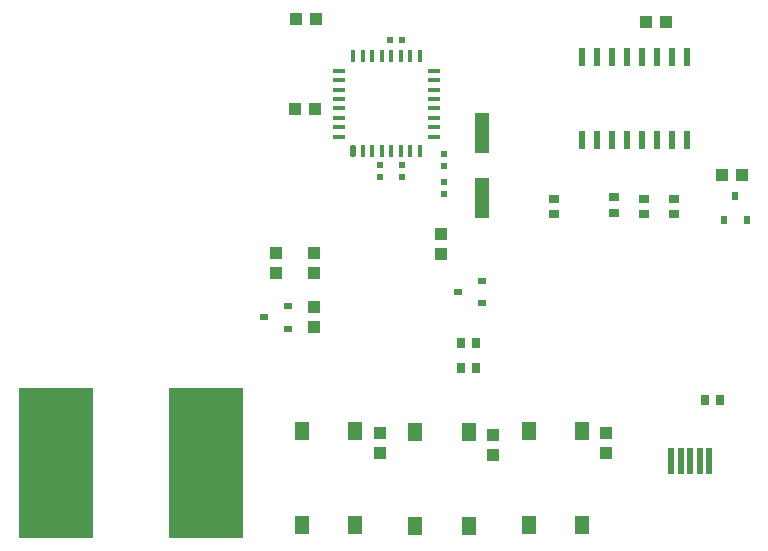
<source format=gtp>
%FSLAX25Y25*%
%MOIN*%
G70*
G01*
G75*
G04 Layer_Color=8421504*
%ADD10R,0.04724X0.13780*%
G04:AMPARAMS|DCode=11|XSize=17.72mil|YSize=39.37mil|CornerRadius=4.43mil|HoleSize=0mil|Usage=FLASHONLY|Rotation=180.000|XOffset=0mil|YOffset=0mil|HoleType=Round|Shape=RoundedRectangle|*
%AMROUNDEDRECTD11*
21,1,0.01772,0.03051,0,0,180.0*
21,1,0.00886,0.03937,0,0,180.0*
1,1,0.00886,-0.00443,0.01526*
1,1,0.00886,0.00443,0.01526*
1,1,0.00886,0.00443,-0.01526*
1,1,0.00886,-0.00443,-0.01526*
%
%ADD11ROUNDEDRECTD11*%
%ADD12R,0.01772X0.03937*%
%ADD13R,0.03937X0.01772*%
%ADD14R,0.01969X0.09055*%
%ADD15R,0.05118X0.06102*%
%ADD16R,0.02756X0.02362*%
%ADD17R,0.02165X0.05906*%
%ADD18R,0.02362X0.02756*%
%ADD19R,0.03937X0.04331*%
%ADD20R,0.02362X0.01969*%
%ADD21R,0.02756X0.03543*%
%ADD22R,0.04331X0.03937*%
%ADD23R,0.03543X0.02756*%
%ADD24R,0.01969X0.02362*%
%ADD25R,0.25000X0.50000*%
%ADD26C,0.01000*%
%ADD27C,0.10000*%
%ADD28R,0.07874X0.09843*%
%ADD29C,0.07400*%
%ADD30C,0.05512*%
%ADD31R,0.05500X0.05500*%
%ADD32C,0.06000*%
%ADD33R,0.05118X0.05118*%
%ADD34R,0.05906X0.05906*%
%ADD35C,0.03500*%
%ADD36C,0.03543*%
%ADD37C,0.03000*%
D10*
X156500Y116173D02*
D03*
Y137827D02*
D03*
D11*
X113691Y131869D02*
D03*
D12*
X116841D02*
D03*
X119991D02*
D03*
X123140D02*
D03*
X126290D02*
D03*
X129439D02*
D03*
X132589D02*
D03*
X135739D02*
D03*
Y163561D02*
D03*
X132589D02*
D03*
X129439D02*
D03*
X126290D02*
D03*
X123140D02*
D03*
X119991D02*
D03*
X116841D02*
D03*
X113691D02*
D03*
D13*
X140561Y136691D02*
D03*
Y139841D02*
D03*
Y142991D02*
D03*
Y146140D02*
D03*
Y149290D02*
D03*
Y152439D02*
D03*
Y155589D02*
D03*
Y158739D02*
D03*
X108869D02*
D03*
Y155589D02*
D03*
Y152439D02*
D03*
Y149290D02*
D03*
Y146140D02*
D03*
Y142991D02*
D03*
Y139841D02*
D03*
Y136691D02*
D03*
D14*
X232299Y28472D02*
D03*
X229150D02*
D03*
X226000D02*
D03*
X222850D02*
D03*
X219701D02*
D03*
D15*
X172123Y38650D02*
D03*
Y7350D02*
D03*
X189840D02*
D03*
Y38650D02*
D03*
X96642D02*
D03*
Y7350D02*
D03*
X114358D02*
D03*
Y38650D02*
D03*
X134382Y38150D02*
D03*
Y6850D02*
D03*
X152099D02*
D03*
Y38150D02*
D03*
D16*
X156437Y81260D02*
D03*
Y88740D02*
D03*
X148563Y85000D02*
D03*
X91937Y72760D02*
D03*
Y80240D02*
D03*
X84063Y76500D02*
D03*
D17*
X225000Y135721D02*
D03*
X220000D02*
D03*
X215000D02*
D03*
X210000D02*
D03*
X205000D02*
D03*
X200000D02*
D03*
X195000D02*
D03*
X190000D02*
D03*
Y163279D02*
D03*
X195000D02*
D03*
X200000D02*
D03*
X205000D02*
D03*
X210000D02*
D03*
X215000D02*
D03*
X220000D02*
D03*
X225000D02*
D03*
D18*
X237260Y109063D02*
D03*
X244740D02*
D03*
X241000Y116937D02*
D03*
D19*
X100500Y97847D02*
D03*
Y91154D02*
D03*
X88000Y97847D02*
D03*
Y91154D02*
D03*
X143000Y97654D02*
D03*
Y104347D02*
D03*
X198000Y37854D02*
D03*
Y31161D02*
D03*
X122518Y37854D02*
D03*
Y31161D02*
D03*
X160259Y37354D02*
D03*
Y30661D02*
D03*
X100500Y73154D02*
D03*
Y79847D02*
D03*
D20*
X122600Y123331D02*
D03*
Y127269D02*
D03*
X129900Y123432D02*
D03*
Y127368D02*
D03*
X144000Y121468D02*
D03*
Y117532D02*
D03*
Y127032D02*
D03*
Y130968D02*
D03*
D21*
X154559Y68000D02*
D03*
X149441D02*
D03*
X154559Y59500D02*
D03*
X149441D02*
D03*
X230941Y49000D02*
D03*
X236059D02*
D03*
D22*
X94153Y146000D02*
D03*
X100847D02*
D03*
X211154Y175000D02*
D03*
X217846D02*
D03*
X236653Y124000D02*
D03*
X243347D02*
D03*
X94653Y176000D02*
D03*
X101347D02*
D03*
D23*
X210500Y110941D02*
D03*
Y116059D02*
D03*
X220500Y110941D02*
D03*
Y116059D02*
D03*
X200500Y111441D02*
D03*
Y116559D02*
D03*
X180500Y110941D02*
D03*
Y116059D02*
D03*
D24*
X126031Y168900D02*
D03*
X129969D02*
D03*
D25*
X14500Y28000D02*
D03*
X64500D02*
D03*
M02*

</source>
